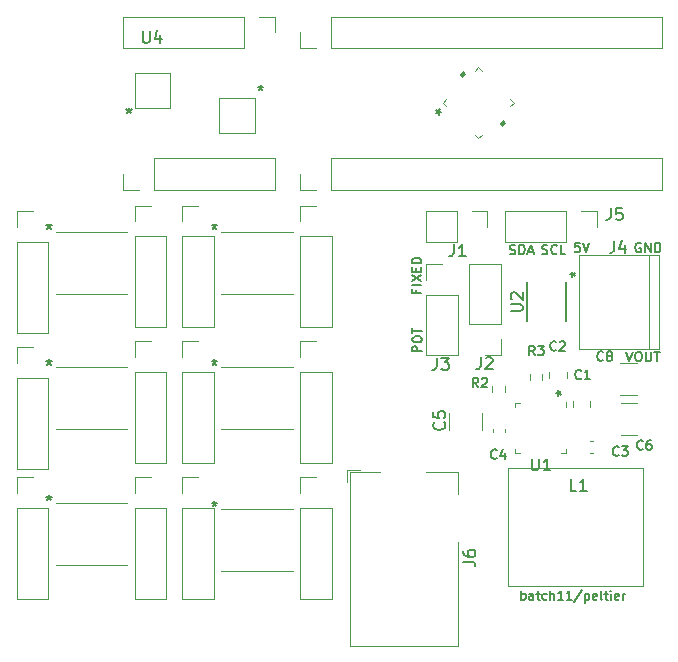
<source format=gto>
G04 #@! TF.GenerationSoftware,KiCad,Pcbnew,(5.1.6-0-10_14)*
G04 #@! TF.CreationDate,2021-10-07T11:44:50+09:00*
G04 #@! TF.ProjectId,peltier,70656c74-6965-4722-9e6b-696361645f70,rev?*
G04 #@! TF.SameCoordinates,Original*
G04 #@! TF.FileFunction,Legend,Top*
G04 #@! TF.FilePolarity,Positive*
%FSLAX46Y46*%
G04 Gerber Fmt 4.6, Leading zero omitted, Abs format (unit mm)*
G04 Created by KiCad (PCBNEW (5.1.6-0-10_14)) date 2021-10-07 11:44:50*
%MOMM*%
%LPD*%
G01*
G04 APERTURE LIST*
%ADD10C,0.150000*%
%ADD11C,0.120000*%
%ADD12C,0.152400*%
%ADD13C,0.100000*%
G04 APERTURE END LIST*
D10*
X171882500Y-68534714D02*
X171882500Y-67772714D01*
X171882500Y-68063000D02*
X171955071Y-68026714D01*
X172100214Y-68026714D01*
X172172785Y-68063000D01*
X172209071Y-68099285D01*
X172245357Y-68171857D01*
X172245357Y-68389571D01*
X172209071Y-68462142D01*
X172172785Y-68498428D01*
X172100214Y-68534714D01*
X171955071Y-68534714D01*
X171882500Y-68498428D01*
X172898500Y-68534714D02*
X172898500Y-68135571D01*
X172862214Y-68063000D01*
X172789642Y-68026714D01*
X172644500Y-68026714D01*
X172571928Y-68063000D01*
X172898500Y-68498428D02*
X172825928Y-68534714D01*
X172644500Y-68534714D01*
X172571928Y-68498428D01*
X172535642Y-68425857D01*
X172535642Y-68353285D01*
X172571928Y-68280714D01*
X172644500Y-68244428D01*
X172825928Y-68244428D01*
X172898500Y-68208142D01*
X173152500Y-68026714D02*
X173442785Y-68026714D01*
X173261357Y-67772714D02*
X173261357Y-68425857D01*
X173297642Y-68498428D01*
X173370214Y-68534714D01*
X173442785Y-68534714D01*
X174023357Y-68498428D02*
X173950785Y-68534714D01*
X173805642Y-68534714D01*
X173733071Y-68498428D01*
X173696785Y-68462142D01*
X173660500Y-68389571D01*
X173660500Y-68171857D01*
X173696785Y-68099285D01*
X173733071Y-68063000D01*
X173805642Y-68026714D01*
X173950785Y-68026714D01*
X174023357Y-68063000D01*
X174349928Y-68534714D02*
X174349928Y-67772714D01*
X174676500Y-68534714D02*
X174676500Y-68135571D01*
X174640214Y-68063000D01*
X174567642Y-68026714D01*
X174458785Y-68026714D01*
X174386214Y-68063000D01*
X174349928Y-68099285D01*
X175438500Y-68534714D02*
X175003071Y-68534714D01*
X175220785Y-68534714D02*
X175220785Y-67772714D01*
X175148214Y-67881571D01*
X175075642Y-67954142D01*
X175003071Y-67990428D01*
X176164214Y-68534714D02*
X175728785Y-68534714D01*
X175946500Y-68534714D02*
X175946500Y-67772714D01*
X175873928Y-67881571D01*
X175801357Y-67954142D01*
X175728785Y-67990428D01*
X177035071Y-67736428D02*
X176381928Y-68716142D01*
X177289071Y-68026714D02*
X177289071Y-68788714D01*
X177289071Y-68063000D02*
X177361642Y-68026714D01*
X177506785Y-68026714D01*
X177579357Y-68063000D01*
X177615642Y-68099285D01*
X177651928Y-68171857D01*
X177651928Y-68389571D01*
X177615642Y-68462142D01*
X177579357Y-68498428D01*
X177506785Y-68534714D01*
X177361642Y-68534714D01*
X177289071Y-68498428D01*
X178268785Y-68498428D02*
X178196214Y-68534714D01*
X178051071Y-68534714D01*
X177978500Y-68498428D01*
X177942214Y-68425857D01*
X177942214Y-68135571D01*
X177978500Y-68063000D01*
X178051071Y-68026714D01*
X178196214Y-68026714D01*
X178268785Y-68063000D01*
X178305071Y-68135571D01*
X178305071Y-68208142D01*
X177942214Y-68280714D01*
X178740500Y-68534714D02*
X178667928Y-68498428D01*
X178631642Y-68425857D01*
X178631642Y-67772714D01*
X178921928Y-68026714D02*
X179212214Y-68026714D01*
X179030785Y-67772714D02*
X179030785Y-68425857D01*
X179067071Y-68498428D01*
X179139642Y-68534714D01*
X179212214Y-68534714D01*
X179466214Y-68534714D02*
X179466214Y-68026714D01*
X179466214Y-67772714D02*
X179429928Y-67809000D01*
X179466214Y-67845285D01*
X179502500Y-67809000D01*
X179466214Y-67772714D01*
X179466214Y-67845285D01*
X180119357Y-68498428D02*
X180046785Y-68534714D01*
X179901642Y-68534714D01*
X179829071Y-68498428D01*
X179792785Y-68425857D01*
X179792785Y-68135571D01*
X179829071Y-68063000D01*
X179901642Y-68026714D01*
X180046785Y-68026714D01*
X180119357Y-68063000D01*
X180155642Y-68135571D01*
X180155642Y-68208142D01*
X179792785Y-68280714D01*
X180482214Y-68534714D02*
X180482214Y-68026714D01*
X180482214Y-68171857D02*
X180518500Y-68099285D01*
X180554785Y-68063000D01*
X180627357Y-68026714D01*
X180699928Y-68026714D01*
X180760476Y-47541904D02*
X181027142Y-48341904D01*
X181293809Y-47541904D01*
X181712857Y-47541904D02*
X181865238Y-47541904D01*
X181941428Y-47580000D01*
X182017619Y-47656190D01*
X182055714Y-47808571D01*
X182055714Y-48075238D01*
X182017619Y-48227619D01*
X181941428Y-48303809D01*
X181865238Y-48341904D01*
X181712857Y-48341904D01*
X181636666Y-48303809D01*
X181560476Y-48227619D01*
X181522380Y-48075238D01*
X181522380Y-47808571D01*
X181560476Y-47656190D01*
X181636666Y-47580000D01*
X181712857Y-47541904D01*
X182398571Y-47541904D02*
X182398571Y-48189523D01*
X182436666Y-48265714D01*
X182474761Y-48303809D01*
X182550952Y-48341904D01*
X182703333Y-48341904D01*
X182779523Y-48303809D01*
X182817619Y-48265714D01*
X182855714Y-48189523D01*
X182855714Y-47541904D01*
X183122380Y-47541904D02*
X183579523Y-47541904D01*
X183350952Y-48341904D02*
X183350952Y-47541904D01*
X181980476Y-38350000D02*
X181904285Y-38311904D01*
X181790000Y-38311904D01*
X181675714Y-38350000D01*
X181599523Y-38426190D01*
X181561428Y-38502380D01*
X181523333Y-38654761D01*
X181523333Y-38769047D01*
X181561428Y-38921428D01*
X181599523Y-38997619D01*
X181675714Y-39073809D01*
X181790000Y-39111904D01*
X181866190Y-39111904D01*
X181980476Y-39073809D01*
X182018571Y-39035714D01*
X182018571Y-38769047D01*
X181866190Y-38769047D01*
X182361428Y-39111904D02*
X182361428Y-38311904D01*
X182818571Y-39111904D01*
X182818571Y-38311904D01*
X183199523Y-39111904D02*
X183199523Y-38311904D01*
X183390000Y-38311904D01*
X183504285Y-38350000D01*
X183580476Y-38426190D01*
X183618571Y-38502380D01*
X183656666Y-38654761D01*
X183656666Y-38769047D01*
X183618571Y-38921428D01*
X183580476Y-38997619D01*
X183504285Y-39073809D01*
X183390000Y-39111904D01*
X183199523Y-39111904D01*
X170908571Y-39273809D02*
X171022857Y-39311904D01*
X171213333Y-39311904D01*
X171289523Y-39273809D01*
X171327619Y-39235714D01*
X171365714Y-39159523D01*
X171365714Y-39083333D01*
X171327619Y-39007142D01*
X171289523Y-38969047D01*
X171213333Y-38930952D01*
X171060952Y-38892857D01*
X170984761Y-38854761D01*
X170946666Y-38816666D01*
X170908571Y-38740476D01*
X170908571Y-38664285D01*
X170946666Y-38588095D01*
X170984761Y-38550000D01*
X171060952Y-38511904D01*
X171251428Y-38511904D01*
X171365714Y-38550000D01*
X171708571Y-39311904D02*
X171708571Y-38511904D01*
X171899047Y-38511904D01*
X172013333Y-38550000D01*
X172089523Y-38626190D01*
X172127619Y-38702380D01*
X172165714Y-38854761D01*
X172165714Y-38969047D01*
X172127619Y-39121428D01*
X172089523Y-39197619D01*
X172013333Y-39273809D01*
X171899047Y-39311904D01*
X171708571Y-39311904D01*
X172470476Y-39083333D02*
X172851428Y-39083333D01*
X172394285Y-39311904D02*
X172660952Y-38511904D01*
X172927619Y-39311904D01*
X173637619Y-39263809D02*
X173751904Y-39301904D01*
X173942380Y-39301904D01*
X174018571Y-39263809D01*
X174056666Y-39225714D01*
X174094761Y-39149523D01*
X174094761Y-39073333D01*
X174056666Y-38997142D01*
X174018571Y-38959047D01*
X173942380Y-38920952D01*
X173790000Y-38882857D01*
X173713809Y-38844761D01*
X173675714Y-38806666D01*
X173637619Y-38730476D01*
X173637619Y-38654285D01*
X173675714Y-38578095D01*
X173713809Y-38540000D01*
X173790000Y-38501904D01*
X173980476Y-38501904D01*
X174094761Y-38540000D01*
X174894761Y-39225714D02*
X174856666Y-39263809D01*
X174742380Y-39301904D01*
X174666190Y-39301904D01*
X174551904Y-39263809D01*
X174475714Y-39187619D01*
X174437619Y-39111428D01*
X174399523Y-38959047D01*
X174399523Y-38844761D01*
X174437619Y-38692380D01*
X174475714Y-38616190D01*
X174551904Y-38540000D01*
X174666190Y-38501904D01*
X174742380Y-38501904D01*
X174856666Y-38540000D01*
X174894761Y-38578095D01*
X175618571Y-39301904D02*
X175237619Y-39301904D01*
X175237619Y-38501904D01*
X176827619Y-38301904D02*
X176446666Y-38301904D01*
X176408571Y-38682857D01*
X176446666Y-38644761D01*
X176522857Y-38606666D01*
X176713333Y-38606666D01*
X176789523Y-38644761D01*
X176827619Y-38682857D01*
X176865714Y-38759047D01*
X176865714Y-38949523D01*
X176827619Y-39025714D01*
X176789523Y-39063809D01*
X176713333Y-39101904D01*
X176522857Y-39101904D01*
X176446666Y-39063809D01*
X176408571Y-39025714D01*
X177094285Y-38301904D02*
X177360952Y-39101904D01*
X177627619Y-38301904D01*
X162982857Y-42319047D02*
X162982857Y-42585714D01*
X163401904Y-42585714D02*
X162601904Y-42585714D01*
X162601904Y-42204761D01*
X163401904Y-41900000D02*
X162601904Y-41900000D01*
X162601904Y-41595238D02*
X163401904Y-41061904D01*
X162601904Y-41061904D02*
X163401904Y-41595238D01*
X162982857Y-40757142D02*
X162982857Y-40490476D01*
X163401904Y-40376190D02*
X163401904Y-40757142D01*
X162601904Y-40757142D01*
X162601904Y-40376190D01*
X163401904Y-40033333D02*
X162601904Y-40033333D01*
X162601904Y-39842857D01*
X162640000Y-39728571D01*
X162716190Y-39652380D01*
X162792380Y-39614285D01*
X162944761Y-39576190D01*
X163059047Y-39576190D01*
X163211428Y-39614285D01*
X163287619Y-39652380D01*
X163363809Y-39728571D01*
X163401904Y-39842857D01*
X163401904Y-40033333D01*
X163461904Y-47523333D02*
X162661904Y-47523333D01*
X162661904Y-47218571D01*
X162700000Y-47142380D01*
X162738095Y-47104285D01*
X162814285Y-47066190D01*
X162928571Y-47066190D01*
X163004761Y-47104285D01*
X163042857Y-47142380D01*
X163080952Y-47218571D01*
X163080952Y-47523333D01*
X162661904Y-46570952D02*
X162661904Y-46418571D01*
X162700000Y-46342380D01*
X162776190Y-46266190D01*
X162928571Y-46228095D01*
X163195238Y-46228095D01*
X163347619Y-46266190D01*
X163423809Y-46342380D01*
X163461904Y-46418571D01*
X163461904Y-46570952D01*
X163423809Y-46647142D01*
X163347619Y-46723333D01*
X163195238Y-46761428D01*
X162928571Y-46761428D01*
X162776190Y-46723333D01*
X162700000Y-46647142D01*
X162661904Y-46570952D01*
X162661904Y-45999523D02*
X162661904Y-45542380D01*
X163461904Y-45770952D02*
X162661904Y-45770952D01*
D11*
X175650000Y-55750000D02*
X175650000Y-56150000D01*
X175650000Y-56150000D02*
X175250000Y-56150000D01*
X171350000Y-55750000D02*
X171350000Y-56150000D01*
X171350000Y-56150000D02*
X171750000Y-56150000D01*
X171350000Y-52250000D02*
X171350000Y-51850000D01*
X171350000Y-51850000D02*
X171750000Y-51850000D01*
X175650000Y-52250000D02*
X175650000Y-51775000D01*
X176265000Y-52261252D02*
X176265000Y-51738748D01*
X177735000Y-52261252D02*
X177735000Y-51738748D01*
X174265000Y-49761252D02*
X174265000Y-49238748D01*
X175735000Y-49761252D02*
X175735000Y-49238748D01*
X177946267Y-55140000D02*
X177653733Y-55140000D01*
X177946267Y-56160000D02*
X177653733Y-56160000D01*
X170510000Y-54053733D02*
X170510000Y-54346267D01*
X169490000Y-54053733D02*
X169490000Y-54346267D01*
X169005000Y-35620000D02*
X169005000Y-36950000D01*
X167675000Y-35620000D02*
X169005000Y-35620000D01*
X166405000Y-35620000D02*
X166405000Y-38280000D01*
X166405000Y-38280000D02*
X163805000Y-38280000D01*
X166405000Y-35620000D02*
X163805000Y-35620000D01*
X163805000Y-35620000D02*
X163805000Y-38280000D01*
X170130000Y-47830000D02*
X168800000Y-47830000D01*
X170130000Y-46500000D02*
X170130000Y-47830000D01*
X170130000Y-45230000D02*
X167470000Y-45230000D01*
X167470000Y-45230000D02*
X167470000Y-40090000D01*
X170130000Y-45230000D02*
X170130000Y-40090000D01*
X170130000Y-40090000D02*
X167470000Y-40090000D01*
X163820000Y-47860000D02*
X166480000Y-47860000D01*
X163820000Y-42720000D02*
X163820000Y-47860000D01*
X166480000Y-42720000D02*
X166480000Y-47860000D01*
X163820000Y-42720000D02*
X166480000Y-42720000D01*
X163820000Y-41450000D02*
X163820000Y-40120000D01*
X163820000Y-40120000D02*
X165150000Y-40120000D01*
X178280000Y-35620000D02*
X178280000Y-36950000D01*
X176950000Y-35620000D02*
X178280000Y-35620000D01*
X175680000Y-35620000D02*
X175680000Y-38280000D01*
X175680000Y-38280000D02*
X170540000Y-38280000D01*
X175680000Y-35620000D02*
X170540000Y-35620000D01*
X170540000Y-35620000D02*
X170540000Y-38280000D01*
X169427500Y-50954724D02*
X169427500Y-50445276D01*
X170472500Y-50954724D02*
X170472500Y-50445276D01*
X173672500Y-49954724D02*
X173672500Y-49445276D01*
X172627500Y-49954724D02*
X172627500Y-49445276D01*
D12*
X175627000Y-44927000D02*
X175627000Y-41673000D01*
X172373000Y-41673000D02*
X172373000Y-44927000D01*
D11*
X158190000Y-57520000D02*
X157140000Y-57520000D01*
X157140000Y-58570000D02*
X157140000Y-57520000D01*
X166540000Y-63620000D02*
X166540000Y-72420000D01*
X166540000Y-72420000D02*
X157340000Y-72420000D01*
X163840000Y-57720000D02*
X166540000Y-57720000D01*
X166540000Y-57720000D02*
X166540000Y-59620000D01*
X157340000Y-72420000D02*
X157340000Y-57720000D01*
X157340000Y-57720000D02*
X159940000Y-57720000D01*
X165790000Y-52738748D02*
X165790000Y-54161252D01*
X168510000Y-52738748D02*
X168510000Y-54161252D01*
X181711252Y-51890000D02*
X180288748Y-51890000D01*
X181711252Y-54610000D02*
X180288748Y-54610000D01*
X181696251Y-51234999D02*
X180273747Y-51234999D01*
X181696251Y-48514999D02*
X180273747Y-48514999D01*
X176750000Y-47350000D02*
X176750000Y-39350000D01*
X176750000Y-39350000D02*
X183550000Y-39350000D01*
X183550000Y-39350000D02*
X183550000Y-47350000D01*
X183550000Y-47350000D02*
X176750000Y-47350000D01*
X182650000Y-39350000D02*
X182650000Y-47350000D01*
X170710000Y-67370000D02*
X170710000Y-57370000D01*
X182210000Y-67370000D02*
X170710000Y-67370000D01*
X182210000Y-57370000D02*
X182210000Y-67370000D01*
X170710000Y-57370000D02*
X182210000Y-57370000D01*
X146477400Y-66128900D02*
X152522600Y-66128900D01*
X152522600Y-60871100D02*
X146477400Y-60871100D01*
X139150000Y-23940000D02*
X142150000Y-23940000D01*
X142150000Y-23940000D02*
X142150000Y-26940000D01*
X142150000Y-26940000D02*
X139150000Y-26940000D01*
X139150000Y-26940000D02*
X139150000Y-23940000D01*
X138522600Y-60371100D02*
X132477400Y-60371100D01*
X132477400Y-65628900D02*
X138522600Y-65628900D01*
X146477400Y-54128900D02*
X152522600Y-54128900D01*
X152522600Y-48871100D02*
X146477400Y-48871100D01*
X152522600Y-37371100D02*
X146477400Y-37371100D01*
X146477400Y-42628900D02*
X152522600Y-42628900D01*
D13*
G36*
X166827075Y-24266811D02*
G01*
X166647470Y-24087206D01*
X166916878Y-23817798D01*
X167096483Y-23997403D01*
X166827075Y-24266811D01*
G37*
X166827075Y-24266811D02*
X166647470Y-24087206D01*
X166916878Y-23817798D01*
X167096483Y-23997403D01*
X166827075Y-24266811D01*
G36*
X170077928Y-28236084D02*
G01*
X170257533Y-28415689D01*
X170526941Y-28146282D01*
X170347335Y-27966677D01*
X170077928Y-28236084D01*
G37*
X170077928Y-28236084D02*
X170257533Y-28415689D01*
X170526941Y-28146282D01*
X170347335Y-27966677D01*
X170077928Y-28236084D01*
D11*
X165523142Y-26181402D02*
X165228589Y-26475954D01*
X168522547Y-23771101D02*
X168227995Y-23476548D01*
X170932848Y-26770506D02*
X171227401Y-26475954D01*
X167933443Y-29180807D02*
X168227995Y-29475360D01*
X165228589Y-26475954D02*
X165523142Y-26770506D01*
X168227995Y-23476548D02*
X167933443Y-23771101D01*
X171227401Y-26475954D02*
X170932848Y-26181402D01*
X168227995Y-29475360D02*
X168522547Y-29180807D01*
X143170000Y-58170000D02*
X144500000Y-58170000D01*
X143170000Y-59500000D02*
X143170000Y-58170000D01*
X143170000Y-60770000D02*
X145830000Y-60770000D01*
X145830000Y-60770000D02*
X145830000Y-68450000D01*
X143170000Y-60770000D02*
X143170000Y-68450000D01*
X143170000Y-68450000D02*
X145830000Y-68450000D01*
X129170000Y-68450000D02*
X131830000Y-68450000D01*
X129170000Y-60770000D02*
X129170000Y-68450000D01*
X131830000Y-60770000D02*
X131830000Y-68450000D01*
X129170000Y-60770000D02*
X131830000Y-60770000D01*
X129170000Y-59500000D02*
X129170000Y-58170000D01*
X129170000Y-58170000D02*
X130500000Y-58170000D01*
X153170000Y-68450000D02*
X155830000Y-68450000D01*
X153170000Y-60770000D02*
X153170000Y-68450000D01*
X155830000Y-60770000D02*
X155830000Y-68450000D01*
X153170000Y-60770000D02*
X155830000Y-60770000D01*
X153170000Y-59500000D02*
X153170000Y-58170000D01*
X153170000Y-58170000D02*
X154500000Y-58170000D01*
X139170000Y-58170000D02*
X140500000Y-58170000D01*
X139170000Y-59500000D02*
X139170000Y-58170000D01*
X139170000Y-60770000D02*
X141830000Y-60770000D01*
X141830000Y-60770000D02*
X141830000Y-68450000D01*
X139170000Y-60770000D02*
X139170000Y-68450000D01*
X139170000Y-68450000D02*
X141830000Y-68450000D01*
X143170000Y-46670000D02*
X144500000Y-46670000D01*
X143170000Y-48000000D02*
X143170000Y-46670000D01*
X143170000Y-49270000D02*
X145830000Y-49270000D01*
X145830000Y-49270000D02*
X145830000Y-56950000D01*
X143170000Y-49270000D02*
X143170000Y-56950000D01*
X143170000Y-56950000D02*
X145830000Y-56950000D01*
X143170000Y-45450000D02*
X145830000Y-45450000D01*
X143170000Y-37770000D02*
X143170000Y-45450000D01*
X145830000Y-37770000D02*
X145830000Y-45450000D01*
X143170000Y-37770000D02*
X145830000Y-37770000D01*
X143170000Y-36500000D02*
X143170000Y-35170000D01*
X143170000Y-35170000D02*
X144500000Y-35170000D01*
X153170000Y-56950000D02*
X155830000Y-56950000D01*
X153170000Y-49270000D02*
X153170000Y-56950000D01*
X155830000Y-49270000D02*
X155830000Y-56950000D01*
X153170000Y-49270000D02*
X155830000Y-49270000D01*
X153170000Y-48000000D02*
X153170000Y-46670000D01*
X153170000Y-46670000D02*
X154500000Y-46670000D01*
X153170000Y-35170000D02*
X154500000Y-35170000D01*
X153170000Y-36500000D02*
X153170000Y-35170000D01*
X153170000Y-37770000D02*
X155830000Y-37770000D01*
X155830000Y-37770000D02*
X155830000Y-45450000D01*
X153170000Y-37770000D02*
X153170000Y-45450000D01*
X153170000Y-45450000D02*
X155830000Y-45450000D01*
X138170000Y-19170000D02*
X138170000Y-21830000D01*
X148390000Y-19170000D02*
X138170000Y-19170000D01*
X148390000Y-21830000D02*
X138170000Y-21830000D01*
X148390000Y-19170000D02*
X148390000Y-21830000D01*
X149660000Y-19170000D02*
X150990000Y-19170000D01*
X150990000Y-19170000D02*
X150990000Y-20500000D01*
X153170000Y-33830000D02*
X153170000Y-32500000D01*
X154500000Y-33830000D02*
X153170000Y-33830000D01*
X155770000Y-33830000D02*
X155770000Y-31170000D01*
X155770000Y-31170000D02*
X183770000Y-31170000D01*
X155770000Y-33830000D02*
X183770000Y-33830000D01*
X183770000Y-33830000D02*
X183770000Y-31170000D01*
X183770000Y-21830000D02*
X183770000Y-19170000D01*
X155770000Y-21830000D02*
X183770000Y-21830000D01*
X155770000Y-19170000D02*
X183770000Y-19170000D01*
X155770000Y-21830000D02*
X155770000Y-19170000D01*
X154500000Y-21830000D02*
X153170000Y-21830000D01*
X153170000Y-21830000D02*
X153170000Y-20500000D01*
X129170000Y-35670000D02*
X130500000Y-35670000D01*
X129170000Y-37000000D02*
X129170000Y-35670000D01*
X129170000Y-38270000D02*
X131830000Y-38270000D01*
X131830000Y-38270000D02*
X131830000Y-45950000D01*
X129170000Y-38270000D02*
X129170000Y-45950000D01*
X129170000Y-45950000D02*
X131830000Y-45950000D01*
X139170000Y-45450000D02*
X141830000Y-45450000D01*
X139170000Y-37770000D02*
X139170000Y-45450000D01*
X141830000Y-37770000D02*
X141830000Y-45450000D01*
X139170000Y-37770000D02*
X141830000Y-37770000D01*
X139170000Y-36500000D02*
X139170000Y-35170000D01*
X139170000Y-35170000D02*
X140500000Y-35170000D01*
X129170000Y-47170000D02*
X130500000Y-47170000D01*
X129170000Y-48500000D02*
X129170000Y-47170000D01*
X129170000Y-49770000D02*
X131830000Y-49770000D01*
X131830000Y-49770000D02*
X131830000Y-57450000D01*
X129170000Y-49770000D02*
X129170000Y-57450000D01*
X129170000Y-57450000D02*
X131830000Y-57450000D01*
X139170000Y-56950000D02*
X141830000Y-56950000D01*
X139170000Y-49270000D02*
X139170000Y-56950000D01*
X141830000Y-49270000D02*
X141830000Y-56950000D01*
X139170000Y-49270000D02*
X141830000Y-49270000D01*
X139170000Y-48000000D02*
X139170000Y-46670000D01*
X139170000Y-46670000D02*
X140500000Y-46670000D01*
X132477400Y-42628900D02*
X138522600Y-42628900D01*
X138522600Y-37371100D02*
X132477400Y-37371100D01*
X138522600Y-48871100D02*
X132477400Y-48871100D01*
X132477400Y-54128900D02*
X138522600Y-54128900D01*
X150990000Y-33830000D02*
X150990000Y-31170000D01*
X140770000Y-33830000D02*
X150990000Y-33830000D01*
X140770000Y-31170000D02*
X150990000Y-31170000D01*
X140770000Y-33830000D02*
X140770000Y-31170000D01*
X139500000Y-33830000D02*
X138170000Y-33830000D01*
X138170000Y-33830000D02*
X138170000Y-32500000D01*
X149310000Y-29030000D02*
X146310000Y-29030000D01*
X146310000Y-29030000D02*
X146310000Y-26030000D01*
X146310000Y-26030000D02*
X149310000Y-26030000D01*
X149310000Y-26030000D02*
X149310000Y-29030000D01*
D10*
X172768095Y-56592380D02*
X172768095Y-57401904D01*
X172815714Y-57497142D01*
X172863333Y-57544761D01*
X172958571Y-57592380D01*
X173149047Y-57592380D01*
X173244285Y-57544761D01*
X173291904Y-57497142D01*
X173339523Y-57401904D01*
X173339523Y-56592380D01*
X174339523Y-57592380D02*
X173768095Y-57592380D01*
X174053809Y-57592380D02*
X174053809Y-56592380D01*
X173958571Y-56735238D01*
X173863333Y-56830476D01*
X173768095Y-56878095D01*
X174802380Y-51025000D02*
X175040476Y-51025000D01*
X174945238Y-51263095D02*
X175040476Y-51025000D01*
X174945238Y-50786904D01*
X175230952Y-51167857D02*
X175040476Y-51025000D01*
X175230952Y-50882142D01*
X176936666Y-49785714D02*
X176898571Y-49823809D01*
X176784285Y-49861904D01*
X176708095Y-49861904D01*
X176593809Y-49823809D01*
X176517619Y-49747619D01*
X176479523Y-49671428D01*
X176441428Y-49519047D01*
X176441428Y-49404761D01*
X176479523Y-49252380D01*
X176517619Y-49176190D01*
X176593809Y-49100000D01*
X176708095Y-49061904D01*
X176784285Y-49061904D01*
X176898571Y-49100000D01*
X176936666Y-49138095D01*
X177698571Y-49861904D02*
X177241428Y-49861904D01*
X177470000Y-49861904D02*
X177470000Y-49061904D01*
X177393809Y-49176190D01*
X177317619Y-49252380D01*
X177241428Y-49290476D01*
X174836666Y-47375714D02*
X174798571Y-47413809D01*
X174684285Y-47451904D01*
X174608095Y-47451904D01*
X174493809Y-47413809D01*
X174417619Y-47337619D01*
X174379523Y-47261428D01*
X174341428Y-47109047D01*
X174341428Y-46994761D01*
X174379523Y-46842380D01*
X174417619Y-46766190D01*
X174493809Y-46690000D01*
X174608095Y-46651904D01*
X174684285Y-46651904D01*
X174798571Y-46690000D01*
X174836666Y-46728095D01*
X175141428Y-46728095D02*
X175179523Y-46690000D01*
X175255714Y-46651904D01*
X175446190Y-46651904D01*
X175522380Y-46690000D01*
X175560476Y-46728095D01*
X175598571Y-46804285D01*
X175598571Y-46880476D01*
X175560476Y-46994761D01*
X175103333Y-47451904D01*
X175598571Y-47451904D01*
X180116666Y-56285714D02*
X180078571Y-56323809D01*
X179964285Y-56361904D01*
X179888095Y-56361904D01*
X179773809Y-56323809D01*
X179697619Y-56247619D01*
X179659523Y-56171428D01*
X179621428Y-56019047D01*
X179621428Y-55904761D01*
X179659523Y-55752380D01*
X179697619Y-55676190D01*
X179773809Y-55600000D01*
X179888095Y-55561904D01*
X179964285Y-55561904D01*
X180078571Y-55600000D01*
X180116666Y-55638095D01*
X180383333Y-55561904D02*
X180878571Y-55561904D01*
X180611904Y-55866666D01*
X180726190Y-55866666D01*
X180802380Y-55904761D01*
X180840476Y-55942857D01*
X180878571Y-56019047D01*
X180878571Y-56209523D01*
X180840476Y-56285714D01*
X180802380Y-56323809D01*
X180726190Y-56361904D01*
X180497619Y-56361904D01*
X180421428Y-56323809D01*
X180383333Y-56285714D01*
X169806666Y-56545714D02*
X169768571Y-56583809D01*
X169654285Y-56621904D01*
X169578095Y-56621904D01*
X169463809Y-56583809D01*
X169387619Y-56507619D01*
X169349523Y-56431428D01*
X169311428Y-56279047D01*
X169311428Y-56164761D01*
X169349523Y-56012380D01*
X169387619Y-55936190D01*
X169463809Y-55860000D01*
X169578095Y-55821904D01*
X169654285Y-55821904D01*
X169768571Y-55860000D01*
X169806666Y-55898095D01*
X170492380Y-56088571D02*
X170492380Y-56621904D01*
X170301904Y-55783809D02*
X170111428Y-56355238D01*
X170606666Y-56355238D01*
X166166666Y-38452380D02*
X166166666Y-39166666D01*
X166119047Y-39309523D01*
X166023809Y-39404761D01*
X165880952Y-39452380D01*
X165785714Y-39452380D01*
X167166666Y-39452380D02*
X166595238Y-39452380D01*
X166880952Y-39452380D02*
X166880952Y-38452380D01*
X166785714Y-38595238D01*
X166690476Y-38690476D01*
X166595238Y-38738095D01*
X168446666Y-48022380D02*
X168446666Y-48736666D01*
X168399047Y-48879523D01*
X168303809Y-48974761D01*
X168160952Y-49022380D01*
X168065714Y-49022380D01*
X168875238Y-48117619D02*
X168922857Y-48070000D01*
X169018095Y-48022380D01*
X169256190Y-48022380D01*
X169351428Y-48070000D01*
X169399047Y-48117619D01*
X169446666Y-48212857D01*
X169446666Y-48308095D01*
X169399047Y-48450952D01*
X168827619Y-49022380D01*
X169446666Y-49022380D01*
X164736666Y-48072380D02*
X164736666Y-48786666D01*
X164689047Y-48929523D01*
X164593809Y-49024761D01*
X164450952Y-49072380D01*
X164355714Y-49072380D01*
X165117619Y-48072380D02*
X165736666Y-48072380D01*
X165403333Y-48453333D01*
X165546190Y-48453333D01*
X165641428Y-48500952D01*
X165689047Y-48548571D01*
X165736666Y-48643809D01*
X165736666Y-48881904D01*
X165689047Y-48977142D01*
X165641428Y-49024761D01*
X165546190Y-49072380D01*
X165260476Y-49072380D01*
X165165238Y-49024761D01*
X165117619Y-48977142D01*
X179456666Y-35392380D02*
X179456666Y-36106666D01*
X179409047Y-36249523D01*
X179313809Y-36344761D01*
X179170952Y-36392380D01*
X179075714Y-36392380D01*
X180409047Y-35392380D02*
X179932857Y-35392380D01*
X179885238Y-35868571D01*
X179932857Y-35820952D01*
X180028095Y-35773333D01*
X180266190Y-35773333D01*
X180361428Y-35820952D01*
X180409047Y-35868571D01*
X180456666Y-35963809D01*
X180456666Y-36201904D01*
X180409047Y-36297142D01*
X180361428Y-36344761D01*
X180266190Y-36392380D01*
X180028095Y-36392380D01*
X179932857Y-36344761D01*
X179885238Y-36297142D01*
X168226666Y-50561904D02*
X167960000Y-50180952D01*
X167769523Y-50561904D02*
X167769523Y-49761904D01*
X168074285Y-49761904D01*
X168150476Y-49800000D01*
X168188571Y-49838095D01*
X168226666Y-49914285D01*
X168226666Y-50028571D01*
X168188571Y-50104761D01*
X168150476Y-50142857D01*
X168074285Y-50180952D01*
X167769523Y-50180952D01*
X168531428Y-49838095D02*
X168569523Y-49800000D01*
X168645714Y-49761904D01*
X168836190Y-49761904D01*
X168912380Y-49800000D01*
X168950476Y-49838095D01*
X168988571Y-49914285D01*
X168988571Y-49990476D01*
X168950476Y-50104761D01*
X168493333Y-50561904D01*
X168988571Y-50561904D01*
X173026666Y-47831904D02*
X172760000Y-47450952D01*
X172569523Y-47831904D02*
X172569523Y-47031904D01*
X172874285Y-47031904D01*
X172950476Y-47070000D01*
X172988571Y-47108095D01*
X173026666Y-47184285D01*
X173026666Y-47298571D01*
X172988571Y-47374761D01*
X172950476Y-47412857D01*
X172874285Y-47450952D01*
X172569523Y-47450952D01*
X173293333Y-47031904D02*
X173788571Y-47031904D01*
X173521904Y-47336666D01*
X173636190Y-47336666D01*
X173712380Y-47374761D01*
X173750476Y-47412857D01*
X173788571Y-47489047D01*
X173788571Y-47679523D01*
X173750476Y-47755714D01*
X173712380Y-47793809D01*
X173636190Y-47831904D01*
X173407619Y-47831904D01*
X173331428Y-47793809D01*
X173293333Y-47755714D01*
X170982380Y-44101904D02*
X171791904Y-44101904D01*
X171887142Y-44054285D01*
X171934761Y-44006666D01*
X171982380Y-43911428D01*
X171982380Y-43720952D01*
X171934761Y-43625714D01*
X171887142Y-43578095D01*
X171791904Y-43530476D01*
X170982380Y-43530476D01*
X171077619Y-43101904D02*
X171030000Y-43054285D01*
X170982380Y-42959047D01*
X170982380Y-42720952D01*
X171030000Y-42625714D01*
X171077619Y-42578095D01*
X171172857Y-42530476D01*
X171268095Y-42530476D01*
X171410952Y-42578095D01*
X171982380Y-43149523D01*
X171982380Y-42530476D01*
X176027580Y-41002400D02*
X176265676Y-41002400D01*
X176170438Y-41240495D02*
X176265676Y-41002400D01*
X176170438Y-40764304D01*
X176456152Y-41145257D02*
X176265676Y-41002400D01*
X176456152Y-40859542D01*
X176027580Y-41002400D02*
X176265676Y-41002400D01*
X176170438Y-41240495D02*
X176265676Y-41002400D01*
X176170438Y-40764304D01*
X176456152Y-41145257D02*
X176265676Y-41002400D01*
X176456152Y-40859542D01*
X166972380Y-65323333D02*
X167686666Y-65323333D01*
X167829523Y-65370952D01*
X167924761Y-65466190D01*
X167972380Y-65609047D01*
X167972380Y-65704285D01*
X166972380Y-64418571D02*
X166972380Y-64609047D01*
X167020000Y-64704285D01*
X167067619Y-64751904D01*
X167210476Y-64847142D01*
X167400952Y-64894761D01*
X167781904Y-64894761D01*
X167877142Y-64847142D01*
X167924761Y-64799523D01*
X167972380Y-64704285D01*
X167972380Y-64513809D01*
X167924761Y-64418571D01*
X167877142Y-64370952D01*
X167781904Y-64323333D01*
X167543809Y-64323333D01*
X167448571Y-64370952D01*
X167400952Y-64418571D01*
X167353333Y-64513809D01*
X167353333Y-64704285D01*
X167400952Y-64799523D01*
X167448571Y-64847142D01*
X167543809Y-64894761D01*
X165337142Y-53536666D02*
X165384761Y-53584285D01*
X165432380Y-53727142D01*
X165432380Y-53822380D01*
X165384761Y-53965238D01*
X165289523Y-54060476D01*
X165194285Y-54108095D01*
X165003809Y-54155714D01*
X164860952Y-54155714D01*
X164670476Y-54108095D01*
X164575238Y-54060476D01*
X164480000Y-53965238D01*
X164432380Y-53822380D01*
X164432380Y-53727142D01*
X164480000Y-53584285D01*
X164527619Y-53536666D01*
X164432380Y-52631904D02*
X164432380Y-53108095D01*
X164908571Y-53155714D01*
X164860952Y-53108095D01*
X164813333Y-53012857D01*
X164813333Y-52774761D01*
X164860952Y-52679523D01*
X164908571Y-52631904D01*
X165003809Y-52584285D01*
X165241904Y-52584285D01*
X165337142Y-52631904D01*
X165384761Y-52679523D01*
X165432380Y-52774761D01*
X165432380Y-53012857D01*
X165384761Y-53108095D01*
X165337142Y-53155714D01*
X182146666Y-55755714D02*
X182108571Y-55793809D01*
X181994285Y-55831904D01*
X181918095Y-55831904D01*
X181803809Y-55793809D01*
X181727619Y-55717619D01*
X181689523Y-55641428D01*
X181651428Y-55489047D01*
X181651428Y-55374761D01*
X181689523Y-55222380D01*
X181727619Y-55146190D01*
X181803809Y-55070000D01*
X181918095Y-55031904D01*
X181994285Y-55031904D01*
X182108571Y-55070000D01*
X182146666Y-55108095D01*
X182832380Y-55031904D02*
X182680000Y-55031904D01*
X182603809Y-55070000D01*
X182565714Y-55108095D01*
X182489523Y-55222380D01*
X182451428Y-55374761D01*
X182451428Y-55679523D01*
X182489523Y-55755714D01*
X182527619Y-55793809D01*
X182603809Y-55831904D01*
X182756190Y-55831904D01*
X182832380Y-55793809D01*
X182870476Y-55755714D01*
X182908571Y-55679523D01*
X182908571Y-55489047D01*
X182870476Y-55412857D01*
X182832380Y-55374761D01*
X182756190Y-55336666D01*
X182603809Y-55336666D01*
X182527619Y-55374761D01*
X182489523Y-55412857D01*
X182451428Y-55489047D01*
X178796666Y-48245714D02*
X178758571Y-48283809D01*
X178644285Y-48321904D01*
X178568095Y-48321904D01*
X178453809Y-48283809D01*
X178377619Y-48207619D01*
X178339523Y-48131428D01*
X178301428Y-47979047D01*
X178301428Y-47864761D01*
X178339523Y-47712380D01*
X178377619Y-47636190D01*
X178453809Y-47560000D01*
X178568095Y-47521904D01*
X178644285Y-47521904D01*
X178758571Y-47560000D01*
X178796666Y-47598095D01*
X179253809Y-47864761D02*
X179177619Y-47826666D01*
X179139523Y-47788571D01*
X179101428Y-47712380D01*
X179101428Y-47674285D01*
X179139523Y-47598095D01*
X179177619Y-47560000D01*
X179253809Y-47521904D01*
X179406190Y-47521904D01*
X179482380Y-47560000D01*
X179520476Y-47598095D01*
X179558571Y-47674285D01*
X179558571Y-47712380D01*
X179520476Y-47788571D01*
X179482380Y-47826666D01*
X179406190Y-47864761D01*
X179253809Y-47864761D01*
X179177619Y-47902857D01*
X179139523Y-47940952D01*
X179101428Y-48017142D01*
X179101428Y-48169523D01*
X179139523Y-48245714D01*
X179177619Y-48283809D01*
X179253809Y-48321904D01*
X179406190Y-48321904D01*
X179482380Y-48283809D01*
X179520476Y-48245714D01*
X179558571Y-48169523D01*
X179558571Y-48017142D01*
X179520476Y-47940952D01*
X179482380Y-47902857D01*
X179406190Y-47864761D01*
X179736666Y-38162380D02*
X179736666Y-38876666D01*
X179689047Y-39019523D01*
X179593809Y-39114761D01*
X179450952Y-39162380D01*
X179355714Y-39162380D01*
X180641428Y-38495714D02*
X180641428Y-39162380D01*
X180403333Y-38114761D02*
X180165238Y-38829047D01*
X180784285Y-38829047D01*
X176543333Y-59322380D02*
X176067142Y-59322380D01*
X176067142Y-58322380D01*
X177400476Y-59322380D02*
X176829047Y-59322380D01*
X177114761Y-59322380D02*
X177114761Y-58322380D01*
X177019523Y-58465238D01*
X176924285Y-58560476D01*
X176829047Y-58608095D01*
X145900000Y-60202380D02*
X145900000Y-60440476D01*
X145661904Y-60345238D02*
X145900000Y-60440476D01*
X146138095Y-60345238D01*
X145757142Y-60630952D02*
X145900000Y-60440476D01*
X146042857Y-60630952D01*
X139838095Y-20392380D02*
X139838095Y-21201904D01*
X139885714Y-21297142D01*
X139933333Y-21344761D01*
X140028571Y-21392380D01*
X140219047Y-21392380D01*
X140314285Y-21344761D01*
X140361904Y-21297142D01*
X140409523Y-21201904D01*
X140409523Y-20392380D01*
X141314285Y-20725714D02*
X141314285Y-21392380D01*
X141076190Y-20344761D02*
X140838095Y-21059047D01*
X141457142Y-21059047D01*
X138650000Y-26892380D02*
X138650000Y-27130476D01*
X138411904Y-27035238D02*
X138650000Y-27130476D01*
X138888095Y-27035238D01*
X138507142Y-27320952D02*
X138650000Y-27130476D01*
X138792857Y-27320952D01*
X131900000Y-59702380D02*
X131900000Y-59940476D01*
X131661904Y-59845238D02*
X131900000Y-59940476D01*
X132138095Y-59845238D01*
X131757142Y-60130952D02*
X131900000Y-59940476D01*
X132042857Y-60130952D01*
X145900000Y-48202380D02*
X145900000Y-48440476D01*
X145661904Y-48345238D02*
X145900000Y-48440476D01*
X146138095Y-48345238D01*
X145757142Y-48630952D02*
X145900000Y-48440476D01*
X146042857Y-48630952D01*
X145900000Y-36702380D02*
X145900000Y-36940476D01*
X145661904Y-36845238D02*
X145900000Y-36940476D01*
X146138095Y-36845238D01*
X145757142Y-37130952D02*
X145900000Y-36940476D01*
X146042857Y-37130952D01*
X164688699Y-27085536D02*
X164857058Y-27253895D01*
X164621356Y-27354910D02*
X164857058Y-27253895D01*
X164958073Y-27018193D01*
X164890730Y-27489597D02*
X164857058Y-27253895D01*
X165092760Y-27287567D01*
X164688699Y-27085536D02*
X164857058Y-27253895D01*
X164621356Y-27354910D02*
X164857058Y-27253895D01*
X164958073Y-27018193D01*
X164890730Y-27489597D02*
X164857058Y-27253895D01*
X165092760Y-27287567D01*
X131900000Y-36702380D02*
X131900000Y-36940476D01*
X131661904Y-36845238D02*
X131900000Y-36940476D01*
X132138095Y-36845238D01*
X131757142Y-37130952D02*
X131900000Y-36940476D01*
X132042857Y-37130952D01*
X131900000Y-48202380D02*
X131900000Y-48440476D01*
X131661904Y-48345238D02*
X131900000Y-48440476D01*
X132138095Y-48345238D01*
X131757142Y-48630952D02*
X131900000Y-48440476D01*
X132042857Y-48630952D01*
X149810000Y-24982380D02*
X149810000Y-25220476D01*
X149571904Y-25125238D02*
X149810000Y-25220476D01*
X150048095Y-25125238D01*
X149667142Y-25410952D02*
X149810000Y-25220476D01*
X149952857Y-25410952D01*
M02*

</source>
